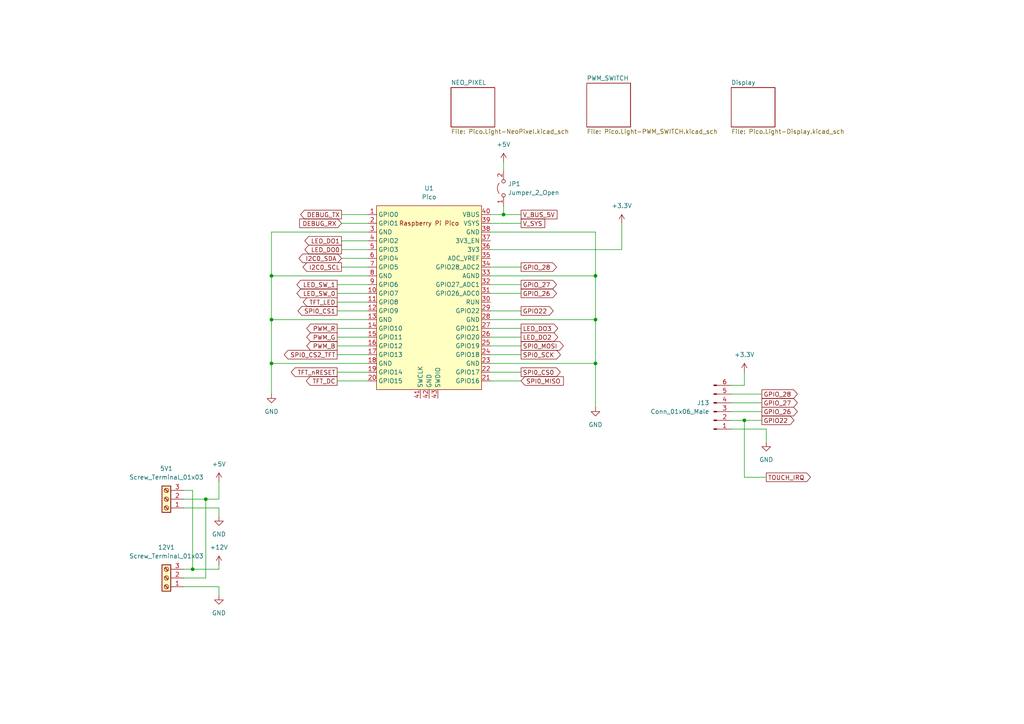
<source format=kicad_sch>
(kicad_sch (version 20211123) (generator eeschema)
  (paper "A4")
  (lib_symbols
    (symbol "Connector:Conn_01x06_Male" (pin_names (offset 1.016) hide)
      (property "Reference" "J" (at 0 7.62 0))
      (property "Value" "Conn_01x06_Male" (at 0 -10.16 0))
      (symbol "Conn_01x06_Male_1_1"
        (polyline (pts (xy 1.27 -7.62) (xy 0.8636 -7.62)) (stroke (width 0.1524)))
        (polyline (pts (xy 1.27 -5.08) (xy 0.8636 -5.08)) (stroke (width 0.1524)))
        (polyline (pts (xy 1.27 -2.54) (xy 0.8636 -2.54)) (stroke (width 0.1524)))
        (polyline (pts (xy 1.27 0) (xy 0.8636 0)) (stroke (width 0.1524)))
        (polyline (pts (xy 1.27 2.54) (xy 0.8636 2.54)) (stroke (width 0.1524)))
        (polyline (pts (xy 1.27 5.08) (xy 0.8636 5.08)) (stroke (width 0.1524)))
        (rectangle (start 0.8636 -7.493) (end 0 -7.747) (stroke (width 0.1524)) (fill (type outline)))
        (rectangle (start 0.8636 -4.953) (end 0 -5.207) (stroke (width 0.1524)) (fill (type outline)))
        (rectangle (start 0.8636 -2.413) (end 0 -2.667) (stroke (width 0.1524)) (fill (type outline)))
        (rectangle (start 0.8636 0.127) (end 0 -0.127) (stroke (width 0.1524)) (fill (type outline)))
        (rectangle (start 0.8636 2.667) (end 0 2.413) (stroke (width 0.1524)) (fill (type outline)))
        (rectangle (start 0.8636 5.207) (end 0 4.953) (stroke (width 0.1524)) (fill (type outline)))
        (pin passive line (at 5.08 5.08 180) (length 3.81) (name "Pin_1") (number "1"))
        (pin passive line (at 5.08 2.54 180) (length 3.81) (name "Pin_2") (number "2"))
        (pin passive line (at 5.08 0 180) (length 3.81) (name "Pin_3") (number "3"))
        (pin passive line (at 5.08 -2.54 180) (length 3.81) (name "Pin_4") (number "4"))
        (pin passive line (at 5.08 -5.08 180) (length 3.81) (name "Pin_5") (number "5"))
        (pin passive line (at 5.08 -7.62 180) (length 3.81) (name "Pin_6") (number "6"))
      )
    )
    (symbol "Connector:Screw_Terminal_01x03" (pin_names (offset 1.016) hide)
      (property "Reference" "J" (at 0 5.08 0))
      (property "Value" "Screw_Terminal_01x03" (at 0 -5.08 0))
      (symbol "Screw_Terminal_01x03_1_1"
        (rectangle (start -1.27 3.81) (end 1.27 -3.81) (stroke (width 0.254)) (fill (type background)))
        (circle (center 0 -2.54) (radius 0.635) (stroke (width 0.1524)))
        (polyline (pts (xy -0.5334 -2.2098) (xy 0.3302 -3.048)) (stroke (width 0.1524)))
        (polyline (pts (xy -0.5334 0.3302) (xy 0.3302 -0.508)) (stroke (width 0.1524)))
        (polyline (pts (xy -0.5334 2.8702) (xy 0.3302 2.032)) (stroke (width 0.1524)))
        (polyline (pts (xy -0.3556 -2.032) (xy 0.508 -2.8702)) (stroke (width 0.1524)))
        (polyline (pts (xy -0.3556 0.508) (xy 0.508 -0.3302)) (stroke (width 0.1524)))
        (polyline (pts (xy -0.3556 3.048) (xy 0.508 2.2098)) (stroke (width 0.1524)))
        (circle (center 0 0) (radius 0.635) (stroke (width 0.1524)))
        (circle (center 0 2.54) (radius 0.635) (stroke (width 0.1524)))
        (pin passive line (at -5.08 2.54 0) (length 3.81) (name "Pin_1") (number "1"))
        (pin passive line (at -5.08 0 0) (length 3.81) (name "Pin_2") (number "2"))
        (pin passive line (at -5.08 -2.54 0) (length 3.81) (name "Pin_3") (number "3"))
      )
    )
    (symbol "Jumper:Jumper_2_Open" (pin_names (offset 0) hide)
      (property "Reference" "JP" (at 0 2.794 0))
      (property "Value" "Jumper_2_Open" (at 0 -2.286 0))
      (symbol "Jumper_2_Open_0_0"
        (circle (center -2.032 0) (radius 0.508))
        (circle (center 2.032 0) (radius 0.508))
      )
      (symbol "Jumper_2_Open_0_1"
        (arc (start 1.524 1.27) (mid 0 1.778) (end -1.524 1.27))
      )
      (symbol "Jumper_2_Open_1_1"
        (pin passive line (at -5.08 0 0) (length 2.54) (name "A") (number "1"))
        (pin passive line (at 5.08 0 180) (length 2.54) (name "B") (number "2"))
      )
    )
    (symbol "RF_Module:Pico"
      (property "Reference" "U" (at -13.97 27.94 0))
      (property "Value" "Pico" (at 0 19.05 0))
      (symbol "Pico_0_0"
        (text "Raspberry Pi Pico" (at 0 21.59 0) (effects (font (size 1.27 1.27))))
      )
      (symbol "Pico_0_1"
        (rectangle (start -15.24 26.67) (end 15.24 -26.67) (fill (type background)))
      )
      (symbol "Pico_1_1"
        (pin bidirectional line (at -17.78 24.13 0) (length 2.54) (name "GPIO0") (number "1"))
        (pin bidirectional line (at -17.78 1.27 0) (length 2.54) (name "GPIO7") (number "10"))
        (pin bidirectional line (at -17.78 -1.27 0) (length 2.54) (name "GPIO8") (number "11"))
        (pin bidirectional line (at -17.78 -3.81 0) (length 2.54) (name "GPIO9") (number "12"))
        (pin power_in line (at -17.78 -6.35 0) (length 2.54) (name "GND") (number "13"))
        (pin bidirectional line (at -17.78 -8.89 0) (length 2.54) (name "GPIO10") (number "14"))
        (pin bidirectional line (at -17.78 -11.43 0) (length 2.54) (name "GPIO11") (number "15"))
        (pin bidirectional line (at -17.78 -13.97 0) (length 2.54) (name "GPIO12") (number "16"))
        (pin bidirectional line (at -17.78 -16.51 0) (length 2.54) (name "GPIO13") (number "17"))
        (pin power_in line (at -17.78 -19.05 0) (length 2.54) (name "GND") (number "18"))
        (pin bidirectional line (at -17.78 -21.59 0) (length 2.54) (name "GPIO14") (number "19"))
        (pin bidirectional line (at -17.78 21.59 0) (length 2.54) (name "GPIO1") (number "2"))
        (pin bidirectional line (at -17.78 -24.13 0) (length 2.54) (name "GPIO15") (number "20"))
        (pin bidirectional line (at 17.78 -24.13 180) (length 2.54) (name "GPIO16") (number "21"))
        (pin bidirectional line (at 17.78 -21.59 180) (length 2.54) (name "GPIO17") (number "22"))
        (pin power_in line (at 17.78 -19.05 180) (length 2.54) (name "GND") (number "23"))
        (pin bidirectional line (at 17.78 -16.51 180) (length 2.54) (name "GPIO18") (number "24"))
        (pin bidirectional line (at 17.78 -13.97 180) (length 2.54) (name "GPIO19") (number "25"))
        (pin bidirectional line (at 17.78 -11.43 180) (length 2.54) (name "GPIO20") (number "26"))
        (pin bidirectional line (at 17.78 -8.89 180) (length 2.54) (name "GPIO21") (number "27"))
        (pin power_in line (at 17.78 -6.35 180) (length 2.54) (name "GND") (number "28"))
        (pin bidirectional line (at 17.78 -3.81 180) (length 2.54) (name "GPIO22") (number "29"))
        (pin power_in line (at -17.78 19.05 0) (length 2.54) (name "GND") (number "3"))
        (pin input line (at 17.78 -1.27 180) (length 2.54) (name "RUN") (number "30"))
        (pin bidirectional line (at 17.78 1.27 180) (length 2.54) (name "GPIO26_ADC0") (number "31"))
        (pin bidirectional line (at 17.78 3.81 180) (length 2.54) (name "GPIO27_ADC1") (number "32"))
        (pin power_in line (at 17.78 6.35 180) (length 2.54) (name "AGND") (number "33"))
        (pin bidirectional line (at 17.78 8.89 180) (length 2.54) (name "GPIO28_ADC2") (number "34"))
        (pin power_in line (at 17.78 11.43 180) (length 2.54) (name "ADC_VREF") (number "35"))
        (pin power_in line (at 17.78 13.97 180) (length 2.54) (name "3V3") (number "36"))
        (pin input line (at 17.78 16.51 180) (length 2.54) (name "3V3_EN") (number "37"))
        (pin bidirectional line (at 17.78 19.05 180) (length 2.54) (name "GND") (number "38"))
        (pin power_in line (at 17.78 21.59 180) (length 2.54) (name "VSYS") (number "39"))
        (pin bidirectional line (at -17.78 16.51 0) (length 2.54) (name "GPIO2") (number "4"))
        (pin power_in line (at 17.78 24.13 180) (length 2.54) (name "VBUS") (number "40"))
        (pin input line (at -2.54 -29.21 90) (length 2.54) (name "SWCLK") (number "41"))
        (pin power_in line (at 0 -29.21 90) (length 2.54) (name "GND") (number "42"))
        (pin bidirectional line (at 2.54 -29.21 90) (length 2.54) (name "SWDIO") (number "43"))
        (pin bidirectional line (at -17.78 13.97 0) (length 2.54) (name "GPIO3") (number "5"))
        (pin bidirectional line (at -17.78 11.43 0) (length 2.54) (name "GPIO4") (number "6"))
        (pin bidirectional line (at -17.78 8.89 0) (length 2.54) (name "GPIO5") (number "7"))
        (pin power_in line (at -17.78 6.35 0) (length 2.54) (name "GND") (number "8"))
        (pin bidirectional line (at -17.78 3.81 0) (length 2.54) (name "GPIO6") (number "9"))
      )
    )
    (symbol "power:+12V" (power) (pin_names (offset 0))
      (property "Value" "+12V" (at 0 3.556 0))
      (symbol "+12V_0_1"
        (polyline (pts (xy -0.762 1.27) (xy 0 2.54)))
        (polyline (pts (xy 0 0) (xy 0 2.54)))
        (polyline (pts (xy 0 2.54) (xy 0.762 1.27)))
      )
      (symbol "+12V_1_1"
        (pin power_in line (at 0 0 90) (length 0) hide (name "+12V") (number "1"))
      )
    )
    (symbol "power:+3.3V" (power) (pin_names (offset 0))
      (property "Value" "+3.3V" (at 0 3.556 0))
      (symbol "+3.3V_0_1"
        (polyline (pts (xy -0.762 1.27) (xy 0 2.54)))
        (polyline (pts (xy 0 0) (xy 0 2.54)))
        (polyline (pts (xy 0 2.54) (xy 0.762 1.27)))
      )
      (symbol "+3.3V_1_1"
        (pin power_in line (at 0 0 90) (length 0) hide (name "+3.3V") (number "1"))
      )
    )
    (symbol "power:+5V" (power) (pin_names (offset 0))
      (property "Value" "+5V" (at 0 3.556 0))
      (symbol "+5V_0_1"
        (polyline (pts (xy -0.762 1.27) (xy 0 2.54)))
        (polyline (pts (xy 0 0) (xy 0 2.54)))
        (polyline (pts (xy 0 2.54) (xy 0.762 1.27)))
      )
      (symbol "+5V_1_1"
        (pin power_in line (at 0 0 90) (length 0) hide (name "+5V") (number "1"))
      )
    )
    (symbol "power:GND" (power) (pin_names (offset 0))
      (property "Value" "GND" (at 0 -3.81 0))
      (symbol "GND_0_1"
        (polyline (pts (xy 0 0) (xy 0 -1.27) (xy 1.27 -1.27) (xy 0 -2.54) (xy -1.27 -1.27) (xy 0 -1.27)))
      )
      (symbol "GND_1_1"
        (pin power_in line (at 0 0 270) (length 0) hide (name "GND") (number "1"))
      )
    )
  )
  (junction (at 78.74 105.41))
  (junction (at 78.74 80.01))
  (junction (at 146.05 62.23))
  (junction (at 172.72 80.01))
  (junction (at 55.88 165.1))
  (junction (at 172.72 92.71))
  (junction (at 59.69 144.78))
  (junction (at 215.9 121.92))
  (junction (at 172.72 105.41))
  (junction (at 78.74 92.71))
  (wire (pts (xy 59.69 167.64) (xy 59.69 144.78)))
  (wire (pts (xy 99.06 64.77) (xy 106.68 64.77)))
  (wire (pts (xy 222.25 124.46) (xy 212.09 124.46)))
  (wire (pts (xy 212.09 121.92) (xy 215.9 121.92)))
  (wire (pts (xy 215.9 138.43) (xy 215.9 121.92)))
  (wire (pts (xy 146.05 46.99) (xy 146.05 49.53)))
  (wire (pts (xy 78.74 67.31) (xy 78.74 80.01)))
  (wire (pts (xy 212.09 119.38) (xy 220.98 119.38)))
  (wire (pts (xy 215.9 111.76) (xy 215.9 107.95)))
  (wire (pts (xy 55.88 142.24) (xy 55.88 165.1)))
  (wire (pts (xy 142.24 72.39) (xy 180.34 72.39)))
  (wire (pts (xy 142.24 85.09) (xy 151.13 85.09)))
  (wire (pts (xy 146.05 62.23) (xy 151.13 62.23)))
  (wire (pts (xy 78.74 67.31) (xy 106.68 67.31)))
  (wire (pts (xy 97.79 95.25) (xy 106.68 95.25)))
  (wire (pts (xy 222.25 128.27) (xy 222.25 124.46)))
  (wire (pts (xy 53.34 170.18) (xy 63.5 170.18)))
  (wire (pts (xy 142.24 82.55) (xy 151.13 82.55)))
  (wire (pts (xy 142.24 67.31) (xy 172.72 67.31)))
  (wire (pts (xy 97.79 100.33) (xy 106.68 100.33)))
  (wire (pts (xy 63.5 165.1) (xy 55.88 165.1)))
  (wire (pts (xy 142.24 62.23) (xy 146.05 62.23)))
  (wire (pts (xy 142.24 77.47) (xy 151.13 77.47)))
  (wire (pts (xy 180.34 72.39) (xy 180.34 64.77)))
  (wire (pts (xy 142.24 102.87) (xy 151.13 102.87)))
  (wire (pts (xy 97.79 85.09) (xy 106.68 85.09)))
  (wire (pts (xy 172.72 92.71) (xy 172.72 105.41)))
  (wire (pts (xy 172.72 80.01) (xy 172.72 92.71)))
  (wire (pts (xy 78.74 105.41) (xy 106.68 105.41)))
  (wire (pts (xy 142.24 95.25) (xy 151.13 95.25)))
  (wire (pts (xy 53.34 167.64) (xy 59.69 167.64)))
  (wire (pts (xy 99.06 77.47) (xy 106.68 77.47)))
  (wire (pts (xy 142.24 80.01) (xy 172.72 80.01)))
  (wire (pts (xy 59.69 144.78) (xy 53.34 144.78)))
  (wire (pts (xy 142.24 92.71) (xy 172.72 92.71)))
  (wire (pts (xy 55.88 165.1) (xy 53.34 165.1)))
  (wire (pts (xy 97.79 107.95) (xy 106.68 107.95)))
  (wire (pts (xy 97.79 87.63) (xy 106.68 87.63)))
  (wire (pts (xy 172.72 118.11) (xy 172.72 105.41)))
  (wire (pts (xy 53.34 142.24) (xy 55.88 142.24)))
  (wire (pts (xy 142.24 64.77) (xy 151.13 64.77)))
  (wire (pts (xy 215.9 121.92) (xy 220.98 121.92)))
  (wire (pts (xy 97.79 102.87) (xy 106.68 102.87)))
  (wire (pts (xy 78.74 92.71) (xy 106.68 92.71)))
  (wire (pts (xy 142.24 97.79) (xy 151.13 97.79)))
  (wire (pts (xy 63.5 147.32) (xy 63.5 149.86)))
  (wire (pts (xy 172.72 67.31) (xy 172.72 80.01)))
  (wire (pts (xy 212.09 116.84) (xy 220.98 116.84)))
  (wire (pts (xy 99.06 72.39) (xy 106.68 72.39)))
  (wire (pts (xy 63.5 163.83) (xy 63.5 165.1)))
  (wire (pts (xy 212.09 111.76) (xy 215.9 111.76)))
  (wire (pts (xy 63.5 144.78) (xy 59.69 144.78)))
  (wire (pts (xy 172.72 105.41) (xy 142.24 105.41)))
  (wire (pts (xy 78.74 80.01) (xy 106.68 80.01)))
  (wire (pts (xy 142.24 110.49) (xy 151.13 110.49)))
  (wire (pts (xy 53.34 147.32) (xy 63.5 147.32)))
  (wire (pts (xy 63.5 170.18) (xy 63.5 172.72)))
  (wire (pts (xy 63.5 139.7) (xy 63.5 144.78)))
  (wire (pts (xy 97.79 110.49) (xy 106.68 110.49)))
  (wire (pts (xy 146.05 59.69) (xy 146.05 62.23)))
  (wire (pts (xy 222.25 138.43) (xy 215.9 138.43)))
  (wire (pts (xy 142.24 100.33) (xy 151.13 100.33)))
  (wire (pts (xy 142.24 107.95) (xy 151.13 107.95)))
  (wire (pts (xy 97.79 90.17) (xy 106.68 90.17)))
  (wire (pts (xy 99.06 69.85) (xy 106.68 69.85)))
  (wire (pts (xy 97.79 82.55) (xy 106.68 82.55)))
  (wire (pts (xy 78.74 105.41) (xy 78.74 114.3)))
  (wire (pts (xy 142.24 90.17) (xy 151.13 90.17)))
  (wire (pts (xy 78.74 92.71) (xy 78.74 105.41)))
  (wire (pts (xy 212.09 114.3) (xy 220.98 114.3)))
  (wire (pts (xy 97.79 97.79) (xy 106.68 97.79)))
  (wire (pts (xy 99.06 62.23) (xy 106.68 62.23)))
  (wire (pts (xy 78.74 80.01) (xy 78.74 92.71)))
  (wire (pts (xy 99.06 74.93) (xy 106.68 74.93)))
  (global_label "GPIO_26" (shape output) (at 151.13 85.09 0) (property "Intersheet References" "${INTERSHEET_REFS}" (at 161.405 85.0106 0) (effects (justify left))))
  (global_label "SPI0_MISO" (shape input) (at 151.13 110.49 0) (property "Intersheet References" "${INTERSHEET_REFS}" (at 163.4007 110.4106 0) (effects (justify left))))
  (global_label "PWM_R" (shape output) (at 97.79 95.25 180) (property "Intersheet References" "${INTERSHEET_REFS}" (at 88.9664 95.1706 0) (effects (justify right))))
  (global_label "PWM_B" (shape output) (at 97.79 100.33 180) (property "Intersheet References" "${INTERSHEET_REFS}" (at 88.9664 100.2506 0) (effects (justify right))))
  (global_label "GPIO22" (shape output) (at 220.98 121.92 0) (property "Intersheet References" "${INTERSHEET_REFS}" (at 230.2874 121.8406 0) (effects (justify left))))
  (global_label "I2C0_SCL" (shape output) (at 99.06 77.47 180) (property "Intersheet References" "${INTERSHEET_REFS}" (at 87.8779 77.3906 0) (effects (justify right))))
  (global_label "SPI0_CS2_TFT" (shape output) (at 97.79 102.87 180) (property "Intersheet References" "${INTERSHEET_REFS}" (at 82.435 102.7906 0) (effects (justify right))))
  (global_label "LED_DO0" (shape output) (at 99.06 72.39 180) (property "Intersheet References" "${INTERSHEET_REFS}" (at 88.4221 72.3106 0) (effects (justify right))))
  (global_label "V_BUS_5V" (shape passive) (at 151.13 62.23 0) (property "Intersheet References" "${INTERSHEET_REFS}" (at 162.675 62.1506 0) (effects (justify left))))
  (global_label "LED_DO3" (shape output) (at 151.13 95.25 0) (property "Intersheet References" "${INTERSHEET_REFS}" (at 161.7679 95.1706 0) (effects (justify left))))
  (global_label "TFT_DC" (shape output) (at 97.79 110.49 180) (property "Intersheet References" "${INTERSHEET_REFS}" (at 88.8455 110.4106 0) (effects (justify right))))
  (global_label "GPIO_27" (shape output) (at 220.98 116.84 0) (property "Intersheet References" "${INTERSHEET_REFS}" (at 231.255 116.7606 0) (effects (justify left))))
  (global_label "DEBUG_RX" (shape input) (at 99.06 64.77 180) (property "Intersheet References" "${INTERSHEET_REFS}" (at 86.9102 64.6906 0) (effects (justify right))))
  (global_label "TFT_nRESET" (shape output) (at 97.79 107.95 180) (property "Intersheet References" "${INTERSHEET_REFS}" (at 84.4912 107.8706 0) (effects (justify right))))
  (global_label "DEBUG_TX" (shape output) (at 99.06 62.23 180) (property "Intersheet References" "${INTERSHEET_REFS}" (at 87.2126 62.1506 0) (effects (justify right))))
  (global_label "I2C0_SDA" (shape bidirectional) (at 99.06 74.93 180) (property "Intersheet References" "${INTERSHEET_REFS}" (at 87.8174 74.8506 0) (effects (justify right))))
  (global_label "GPIO_28" (shape output) (at 151.13 77.47 0) (property "Intersheet References" "${INTERSHEET_REFS}" (at 161.405 77.3906 0) (effects (justify left))))
  (global_label "LED_SW_1" (shape output) (at 97.79 82.55 180) (property "Intersheet References" "${INTERSHEET_REFS}" (at 86.124 82.4706 0) (effects (justify right))))
  (global_label "SPI0_CS0" (shape output) (at 151.13 107.95 0) (property "Intersheet References" "${INTERSHEET_REFS}" (at 162.4936 107.8706 0) (effects (justify left))))
  (global_label "SPI0_SCK" (shape output) (at 151.13 102.87 0) (property "Intersheet References" "${INTERSHEET_REFS}" (at 162.5541 102.7906 0) (effects (justify left))))
  (global_label "PWM_G" (shape output) (at 97.79 97.79 180) (property "Intersheet References" "${INTERSHEET_REFS}" (at 88.9664 97.7106 0) (effects (justify right))))
  (global_label "LED_SW_0" (shape output) (at 97.79 85.09 180) (property "Intersheet References" "${INTERSHEET_REFS}" (at 86.124 85.0106 0) (effects (justify right))))
  (global_label "GPIO_28" (shape output) (at 220.98 114.3 0) (property "Intersheet References" "${INTERSHEET_REFS}" (at 231.255 114.2206 0) (effects (justify left))))
  (global_label "SPI0_MOSI" (shape output) (at 151.13 100.33 0) (property "Intersheet References" "${INTERSHEET_REFS}" (at 163.4007 100.2506 0) (effects (justify left))))
  (global_label "LED_DO1" (shape output) (at 99.06 69.85 180) (property "Intersheet References" "${INTERSHEET_REFS}" (at 88.4221 69.7706 0) (effects (justify right))))
  (global_label "TOUCH_IRQ" (shape output) (at 222.25 138.43 0) (property "Intersheet References" "${INTERSHEET_REFS}" (at 235.065 138.3506 0) (effects (justify left))))
  (global_label "GPIO_27" (shape output) (at 151.13 82.55 0) (property "Intersheet References" "${INTERSHEET_REFS}" (at 161.405 82.4706 0) (effects (justify left))))
  (global_label "GPIO_26" (shape output) (at 220.98 119.38 0) (property "Intersheet References" "${INTERSHEET_REFS}" (at 231.255 119.3006 0) (effects (justify left))))
  (global_label "V_SYS" (shape passive) (at 151.13 64.77 0) (property "Intersheet References" "${INTERSHEET_REFS}" (at 159.1069 64.6906 0) (effects (justify left))))
  (global_label "SPI0_CS1" (shape output) (at 97.79 90.17 180) (property "Intersheet References" "${INTERSHEET_REFS}" (at 86.4264 90.0906 0) (effects (justify right))))
  (global_label "GPIO22" (shape output) (at 151.13 90.17 0) (property "Intersheet References" "${INTERSHEET_REFS}" (at 160.4374 90.0906 0) (effects (justify left))))
  (global_label "TFT_LED" (shape output) (at 97.79 87.63 180) (property "Intersheet References" "${INTERSHEET_REFS}" (at 87.9383 87.5506 0) (effects (justify right))))
  (global_label "LED_DO2" (shape output) (at 151.13 97.79 0) (property "Intersheet References" "${INTERSHEET_REFS}" (at 161.7679 97.7106 0) (effects (justify left))))
  (symbol (lib_id "power:+3.3V") (at 180.34 64.77 0) (unit 1)
    (property "Reference" "#PWR0101" (effects hide))
    (property "Value" "+3.3V" (at 180.34 59.69 0))
  )
  (symbol (lib_id "power:GND") (at 63.5 172.72 0) (unit 1)
    (property "Reference" "#PWR0112" (effects hide))
    (property "Value" "GND" (at 63.5 177.8 0))
  )
  (symbol (lib_id "Jumper:Jumper_2_Open") (at 146.05 54.61 90) (unit 1)
    (property "Reference" "JP1" (at 147.32 53.3399 90) (effects (justify right)))
    (property "Value" "Jumper_2_Open" (at 147.32 55.8799 90) (effects (justify right)))
    (property "Footprint" "Jumper:SolderJumper-2_P1.3mm_Open_TrianglePad1.0x1.5mm" (effects hide))
  )
  (symbol (lib_id "power:+12V") (at 63.5 163.83 0) (unit 1)
    (property "Reference" "#PWR0113" (effects hide))
    (property "Value" "+12V" (at 63.5 158.75 0))
  )
  (symbol (lib_id "power:+3.3V") (at 215.9 107.95 0) (unit 1)
    (property "Reference" "#PWR0109" (effects hide))
    (property "Value" "+3.3V" (at 215.9 102.87 0))
  )
  (symbol (lib_id "power:+5V") (at 63.5 139.7 0) (unit 1)
    (property "Reference" "#PWR0111" (effects hide))
    (property "Value" "+5V" (at 63.5 134.62 0))
  )
  (symbol (lib_id "Connector:Conn_01x06_Male") (at 207.01 119.38 0) (mirror x) (unit 1)
    (property "Reference" "J13" (at 205.74 116.8399 0) (effects (justify right)))
    (property "Value" "Conn_01x06_Male" (at 205.74 119.3799 0) (effects (justify right)))
    (property "Footprint" "Connector_JST:JST_XH_B6B-XH-A_1x06_P2.50mm_Vertical" (effects hide))
  )
  (symbol (lib_id "power:GND") (at 78.74 114.3 0) (unit 1)
    (property "Reference" "#PWR01" (effects hide))
    (property "Value" "GND" (at 78.74 119.38 0))
  )
  (symbol (lib_id "power:GND") (at 172.72 118.11 0) (unit 1)
    (property "Reference" "#PWR02" (effects hide))
    (property "Value" "GND" (at 172.72 123.19 0))
  )
  (symbol (lib_id "power:+5V") (at 146.05 46.99 0) (unit 1)
    (property "Reference" "#PWR0115" (effects hide))
    (property "Value" "+5V" (at 146.05 41.91 0))
  )
  (symbol (lib_id "Connector:Screw_Terminal_01x03") (at 48.26 167.64 180) (unit 1)
    (property "Reference" "12V1" (at 48.26 158.75 0))
    (property "Value" "Screw_Terminal_01x03" (at 48.26 161.29 0))
    (property "Footprint" "TerminalBlock_Dinkle:TerminalBlock_Dinkle_DT-55-B01X-03_P10.00mm" (effects hide))
  )
  (symbol (lib_id "Connector:Screw_Terminal_01x03") (at 48.26 144.78 180) (unit 1)
    (property "Reference" "5V1" (at 48.26 135.89 0))
    (property "Value" "Screw_Terminal_01x03" (at 48.26 138.43 0))
    (property "Footprint" "TerminalBlock_Dinkle:TerminalBlock_Dinkle_DT-55-B01X-03_P10.00mm" (effects hide))
  )
  (symbol (lib_id "power:GND") (at 222.25 128.27 0) (unit 1)
    (property "Reference" "#PWR0110" (effects hide))
    (property "Value" "GND" (at 222.25 133.35 0))
  )
  (symbol (lib_id "power:GND") (at 63.5 149.86 0) (unit 1)
    (property "Reference" "#PWR0114" (effects hide))
    (property "Value" "GND" (at 63.5 154.94 0))
  )
  (symbol (lib_id "RF_Module:Pico") (at 124.46 86.36 0) (unit 1)
    (property "Reference" "U1" (at 124.46 54.61 0))
    (property "Value" "Pico" (at 124.46 57.15 0))
    (property "Footprint" "Pico:RPi_Pico_SMD_TH_copy" (effects hide))
  )
  (sheet (at 170.18 24.13) (size 12.7 12.7) (stroke (width 0.1524))
    (property "Sheet name" "PWM_SWITCH" (at 170.18 23.4184 0) (effects (justify left bottom)))
    (property "Sheet file" "Pico.Light-PWM_SWITCH.kicad_sch" (at 170.18 37.4146 0) (effects (justify left top)))
  )
  (sheet (at 212.09 25.4) (size 12.7 11.43) (stroke (width 0.1524))
    (property "Sheet name" "Display" (at 212.09 24.6884 0) (effects (justify left bottom)))
    (property "Sheet file" "Pico.Light-Display.kicad_sch" (at 212.09 37.4146 0) (effects (justify left top)))
  )
  (sheet (at 130.81 25.4) (size 12.7 11.43) (stroke (width 0.1524))
    (property "Sheet name" "NEO_PIXEL" (at 130.81 24.6884 0) (effects (justify left bottom)))
    (property "Sheet file" "Pico.Light-NeoPixel.kicad_sch" (at 130.81 37.4146 0) (effects (justify left top)))
  )
)
</source>
